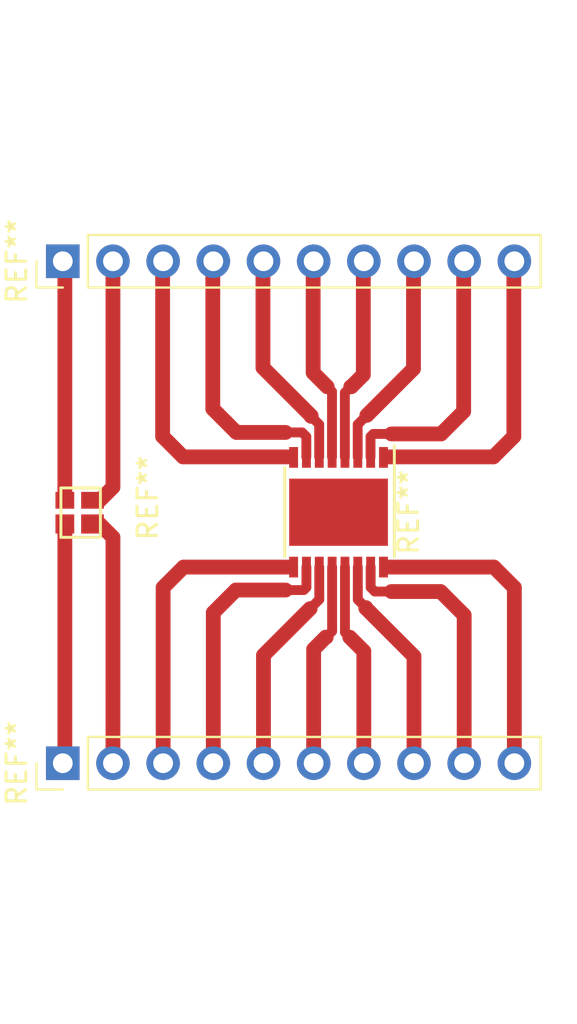
<source format=kicad_pcb>
(kicad_pcb (version 20221018) (generator pcbnew)
  (layers (0 "F.Cu" signal) (31 "B.Cu" signal) (34 "B.Paste" user) (35 "F.Paste" user) (36 "B.SilkS" user "B.Silkscreen") (37 "F.SilkS" user "F.Silkscreen") (38 "B.Mask" user) (39 "F.Mask" user) (44 "Edge.Cuts" user))
  (net 0 "")
  (footprint "stephen:VCNT2020" (layer "F.Cu") (at 148.59 64.77 90)
    (fp_text reference "REF**" (at 2 2.4 90) (layer "F.SilkS"))
    (fp_text value "VCNT2020")
    (fp_line (start 0 -2) (end 0 0) (stroke (width 0.15)) (layer "F.SilkS"))
    (fp_line (start 0 0) (end 2.5 0) (stroke (width 0.15)) (layer "F.SilkS"))
    (fp_line (start 2.5 -2) (end 0 -2) (stroke (width 0.15)) (layer "F.SilkS"))
    (fp_line (start 2.5 0) (end 2.5 -2) (stroke (width 0.15)) (layer "F.SilkS"))
    (pad "1" smd rect (at 0.675 -1.8 90) (size 0.97 0.95) (layers "F.Cu" "F.Paste" "F.Mask"))
    (pad "2" smd rect (at 0.675 -0.4 90) (size 0.97 1.15) (layers "F.Cu" "F.Paste" "F.Mask"))
    (pad "3" smd rect (at 1.875 -1.8 270) (size 0.85 0.95) (layers "F.Cu" "F.Paste" "F.Mask"))
    (pad "4" smd rect (at 1.875 -0.4 90) (size 0.85 1.15) (layers "F.Cu" "F.Paste" "F.Mask"))
  )
  (footprint "Package_SO:HTSSOP-16-1EP_4.4x5mm_P0.65mm_EP3.4x5mm" (layer "F.Cu") (at 160.645 63.5 -90)
    (fp_text reference "REF**" (at 0 -3.55 90) (layer "F.SilkS"))
    (fp_text value "HTSSOP-16-1EP_4.4x5mm_P0.65mm_EP3.4x5mm")
    (fp_line (start -3.375 -2.825) (end 2.25 -2.825) (stroke (width 0.15)) (layer "F.SilkS"))
    (fp_line (start -2.25 2.725) (end 2.25 2.725) (stroke (width 0.15)) (layer "F.SilkS"))
    (pad "1" smd rect (at -2.775 -2.275 270) (size 1.05 0.45) (layers "F.Cu" "F.Paste" "F.Mask"))
    (pad "2" smd rect (at -2.775 -1.625 270) (size 1.05 0.45) (layers "F.Cu" "F.Paste" "F.Mask"))
    (pad "3" smd rect (at -2.775 -0.975 270) (size 1.05 0.45) (layers "F.Cu" "F.Paste" "F.Mask"))
    (pad "4" smd rect (at -2.775 -0.325 270) (size 1.05 0.45) (layers "F.Cu" "F.Paste" "F.Mask"))
    (pad "5" smd rect (at -2.775 0.325 270) (size 1.05 0.45) (layers "F.Cu" "F.Paste" "F.Mask"))
    (pad "6" smd rect (at -2.775 0.975 270) (size 1.05 0.45) (layers "F.Cu" "F.Paste" "F.Mask"))
    (pad "7" smd rect (at -2.775 1.625 270) (size 1.05 0.45) (layers "F.Cu" "F.Paste" "F.Mask"))
    (pad "8" smd rect (at -2.775 2.275 270) (size 1.05 0.45) (layers "F.Cu" "F.Paste" "F.Mask"))
    (pad "9" smd rect (at 2.775 2.275 270) (size 1.05 0.45) (layers "F.Cu" "F.Paste" "F.Mask"))
    (pad "10" smd rect (at 2.775 1.625 270) (size 1.05 0.45) (layers "F.Cu" "F.Paste" "F.Mask"))
    (pad "11" smd rect (at 2.775 0.975 270) (size 1.05 0.45) (layers "F.Cu" "F.Paste" "F.Mask"))
    (pad "12" smd rect (at 2.775 0.325 270) (size 1.05 0.45) (layers "F.Cu" "F.Paste" "F.Mask"))
    (pad "13" smd rect (at 2.775 -0.325 270) (size 1.05 0.45) (layers "F.Cu" "F.Paste" "F.Mask"))
    (pad "14" smd rect (at 2.775 -0.975 270) (size 1.05 0.45) (layers "F.Cu" "F.Paste" "F.Mask"))
    (pad "15" smd rect (at 2.775 -1.625 270) (size 1.05 0.45) (layers "F.Cu" "F.Paste" "F.Mask"))
    (pad "16" smd rect (at 2.775 -2.275 270) (size 1.05 0.45) (layers "F.Cu" "F.Paste" "F.Mask"))
    (pad "17" smd rect (at 0 0 270) (size 3.4 5) (layers "F.Cu" "F.Mask"))
  )
  (footprint "Connector_PinHeader_2.54mm:PinHeader_1x10_P2.54mm_Vertical" (layer "F.Cu") (at 146.685 50.8 90)
    (fp_text reference "REF**" (at 0 -2.33 90) (layer "F.SilkS"))
    (fp_text value "PinHeader_1x10_P2.54mm_Vertical")
    (fp_line (start -1.33 -1.33) (end 0 -1.33) (stroke (width 0.12)) (layer "F.SilkS"))
    (fp_line (start -1.33 0) (end -1.33 -1.33) (stroke (width 0.12)) (layer "F.SilkS"))
    (fp_line (start -1.33 1.27) (end -1.33 24.19) (stroke (width 0.12)) (layer "F.SilkS"))
    (fp_line (start -1.33 1.27) (end 1.33 1.27) (stroke (width 0.12)) (layer "F.SilkS"))
    (fp_line (start -1.33 24.19) (end 1.33 24.19) (stroke (width 0.12)) (layer "F.SilkS"))
    (fp_line (start 1.33 1.27) (end 1.33 24.19) (stroke (width 0.12)) (layer "F.SilkS"))
    (pad "1" thru_hole rect (at 0 0 90) (size 1.7 1.7) (drill 1) (layers "*.Cu" "*.Mask"))
    (pad "2" thru_hole oval (at 0 2.54 90) (size 1.7 1.7) (drill 1) (layers "*.Cu" "*.Mask"))
    (pad "3" thru_hole oval (at 0 5.08 90) (size 1.7 1.7) (drill 1) (layers "*.Cu" "*.Mask"))
    (pad "4" thru_hole oval (at 0 7.62 90) (size 1.7 1.7) (drill 1) (layers "*.Cu" "*.Mask"))
    (pad "5" thru_hole oval (at 0 10.16 90) (size 1.7 1.7) (drill 1) (layers "*.Cu" "*.Mask"))
    (pad "6" thru_hole oval (at 0 12.7 90) (size 1.7 1.7) (drill 1) (layers "*.Cu" "*.Mask"))
    (pad "7" thru_hole oval (at 0 15.24 90) (size 1.7 1.7) (drill 1) (layers "*.Cu" "*.Mask"))
    (pad "8" thru_hole oval (at 0 17.78 90) (size 1.7 1.7) (drill 1) (layers "*.Cu" "*.Mask"))
    (pad "9" thru_hole oval (at 0 20.32 90) (size 1.7 1.7) (drill 1) (layers "*.Cu" "*.Mask"))
    (pad "10" thru_hole oval (at 0 22.86 90) (size 1.7 1.7) (drill 1) (layers "*.Cu" "*.Mask"))
  )
  (footprint "Connector_PinHeader_2.54mm:PinHeader_1x10_P2.54mm_Vertical" (layer "F.Cu") (at 146.685 76.2 90)
    (fp_text reference "REF**" (at 0 -2.33 90) (layer "F.SilkS"))
    (fp_text value "PinHeader_1x10_P2.54mm_Vertical")
    (fp_line (start -1.33 -1.33) (end 0 -1.33) (stroke (width 0.12)) (layer "F.SilkS"))
    (fp_line (start -1.33 0) (end -1.33 -1.33) (stroke (width 0.12)) (layer "F.SilkS"))
    (fp_line (start -1.33 1.27) (end -1.33 24.19) (stroke (width 0.12)) (layer "F.SilkS"))
    (fp_line (start -1.33 1.27) (end 1.33 1.27) (stroke (width 0.12)) (layer "F.SilkS"))
    (fp_line (start -1.33 24.19) (end 1.33 24.19) (stroke (width 0.12)) (layer "F.SilkS"))
    (fp_line (start 1.33 1.27) (end 1.33 24.19) (stroke (width 0.12)) (layer "F.SilkS"))
    (pad "1" thru_hole rect (at 0 0 90) (size 1.7 1.7) (drill 1) (layers "*.Cu" "*.Mask"))
    (pad "2" thru_hole oval (at 0 2.54 90) (size 1.7 1.7) (drill 1) (layers "*.Cu" "*.Mask"))
    (pad "3" thru_hole oval (at 0 5.08 90) (size 1.7 1.7) (drill 1) (layers "*.Cu" "*.Mask"))
    (pad "4" thru_hole oval (at 0 7.62 90) (size 1.7 1.7) (drill 1) (layers "*.Cu" "*.Mask"))
    (pad "5" thru_hole oval (at 0 10.16 90) (size 1.7 1.7) (drill 1) (layers "*.Cu" "*.Mask"))
    (pad "6" thru_hole oval (at 0 12.7 90) (size 1.7 1.7) (drill 1) (layers "*.Cu" "*.Mask"))
    (pad "7" thru_hole oval (at 0 15.24 90) (size 1.7 1.7) (drill 1) (layers "*.Cu" "*.Mask"))
    (pad "8" thru_hole oval (at 0 17.78 90) (size 1.7 1.7) (drill 1) (layers "*.Cu" "*.Mask"))
    (pad "9" thru_hole oval (at 0 20.32 90) (size 1.7 1.7) (drill 1) (layers "*.Cu" "*.Mask"))
    (pad "10" thru_hole oval (at 0 22.86 90) (size 1.7 1.7) (drill 1) (layers "*.Cu" "*.Mask"))
  )
  (segment (start 164.4396 56.2356) (end 164.4396 50.7746) (width 0.75) (layer "F.Cu") (net 0))
  (segment (start 162.0774 58.5978) (end 164.4396 56.2356) (width 0.75) (layer "F.Cu") (net 0))
  (segment (start 159.6644 59.055) (end 159.258 58.6486) (width 0.5) (layer "F.Cu") (net 0))
  (segment (start 160.9646 57.45) (end 161.2646 57.15) (width 0.5) (layer "F.Cu") (net 0))
  (segment (start 161.6146 59.0606) (end 162.0774 58.5978) (width 0.5) (layer "F.Cu") (net 0))
  (segment (start 159.6644 59.6744) (end 159.6644 59.055) (width 0.5) (layer "F.Cu") (net 0))
  (segment (start 162.2646 59.6746) (end 162.4016 59.5376) (width 0.5) (layer "F.Cu") (net 0))
  (segment (start 162.2646 60.6996) (end 162.2646 59.6746) (width 0.5) (layer "F.Cu") (net 0))
  (segment (start 160.9646 60.6996) (end 160.9646 57.45) (width 0.5) (layer "F.Cu") (net 0))
  (segment (start 168.4846 60.6996) (end 169.5196 59.6646) (width 0.75) (layer "F.Cu") (net 0))
  (segment (start 156.8196 56.1848) (end 156.8196 50.7746) (width 0.75) (layer "F.Cu") (net 0))
  (segment (start 169.5196 59.6646) (end 169.5196 50.7746) (width 0.75) (layer "F.Cu") (net 0))
  (segment (start 168.4846 60.6996) (end 163.1886 60.6996) (width 0.75) (layer "F.Cu") (net 0))
  (segment (start 154.2796 58.1406) (end 154.2796 50.7746) (width 0.75) (layer "F.Cu") (net 0))
  (segment (start 155.4734 59.4614) (end 154.2796 58.2676) (width 0.75) (layer "F.Cu") (net 0))
  (segment (start 159.0146 60.6996) (end 159.0146 59.6746) (width 0.5) (layer "F.Cu") (net 0))
  (segment (start 163.322 59.5376) (end 165.8366 59.5376) (width 0.75) (layer "F.Cu") (net 0))
  (segment (start 166.9796 58.1406) (end 166.9796 50.7746) (width 0.75) (layer "F.Cu") (net 0))
  (segment (start 165.8366 59.5376) (end 166.9796 58.3946) (width 0.75) (layer "F.Cu") (net 0))
  (segment (start 159.258 58.6232) (end 156.8196 56.1848) (width 0.75) (layer "F.Cu") (net 0))
  (segment (start 154.2796 58.2676) (end 154.2796 58.1406) (width 0.75) (layer "F.Cu") (net 0))
  (segment (start 166.9796 58.3946) (end 166.9796 58.1406) (width 0.75) (layer "F.Cu") (net 0))
  (segment (start 157.9626 59.4614) (end 155.4734 59.4614) (width 0.75) (layer "F.Cu") (net 0))
  (segment (start 159.0146 59.6746) (end 158.8014 59.4614) (width 0.5) (layer "F.Cu") (net 0))
  (segment (start 161.6146 60.6996) (end 161.6146 59.0606) (width 0.5) (layer "F.Cu") (net 0))
  (segment (start 160.3146 57.3938) (end 160.0708 57.15) (width 0.5) (layer "F.Cu") (net 0))
  (segment (start 160.3146 60.6996) (end 160.3146 57.3938) (width 0.5) (layer "F.Cu") (net 0))
  (segment (start 159.3596 50.7746) (end 159.3596 56.4388) (width 0.75) (layer "F.Cu") (net 0))
  (segment (start 161.8996 56.5404) (end 161.8996 50.7746) (width 0.75) (layer "F.Cu") (net 0))
  (segment (start 159.3596 56.4388) (end 160.0708 57.15) (width 0.75) (layer "F.Cu") (net 0))
  (segment (start 161.29 57.15) (end 161.8996 56.5404) (width 0.75) (layer "F.Cu") (net 0))
  (segment (start 151.7396 59.6646) (end 152.7556 60.6806) (width 0.75) (layer "F.Cu") (net 0))
  (segment (start 151.7396 50.7746) (end 151.7396 59.6646) (width 0.75) (layer "F.Cu") (net 0))
  (segment (start 159.258 58.6486) (end 159.258 58.6232) (width 0.75) (layer "F.Cu") (net 0))
  (segment (start 162.4016 59.5376) (end 163.322 59.5376) (width 0.5) (layer "F.Cu") (net 0))
  (segment (start 158.8014 59.4614) (end 157.9626 59.4614) (width 0.5) (layer "F.Cu") (net 0))
  (segment (start 159.6646 60.6996) (end 159.6646 59.6746) (width 0.5) (layer "F.Cu") (net 0))
  (segment (start 159.6646 59.6746) (end 159.6644 59.6744) (width 0.5) (layer "F.Cu") (net 0))
  (segment (start 152.7556 60.6806) (end 152.7746 60.6996) (width 0.75) (layer "F.Cu") (net 0))
  (segment (start 152.7746 60.6996) (end 158.0706 60.6996) (width 0.75) (layer "F.Cu") (net 0))
  (segment (start 161.2646 57.15) (end 161.29 57.15) (width 0.75) (layer "F.Cu") (net 0))
  (segment (start 160.97 66.275) (end 160.97 69.5808) (width 0.5) (layer "F.Cu") (net 0))
  (segment (start 152.8 66.275) (end 158.096 66.275) (width 0.75) (layer "F.Cu") (net 0))
  (segment (start 161.6202 67.3002) (end 161.6202 67.9196) (width 0.5) (layer "F.Cu") (net 0))
  (segment (start 160.97 69.5808) (end 161.2138 69.8246) (width 0.5) (layer "F.Cu") (net 0))
  (segment (start 151.765 67.31) (end 151.765 76.2) (width 0.75) (layer "F.Cu") (net 0))
  (segment (start 148.19 64.095) (end 148.55 64.095) (width 0.5) (layer "F.Cu") (net 0))
  (segment (start 169.545 76.2) (end 169.545 67.31) (width 0.75) (layer "F.Cu") (net 0))
  (segment (start 158.883 67.437) (end 157.9626 67.437) (width 0.5) (layer "F.Cu") (net 0))
  (segment (start 155.448 67.437) (end 154.305 68.58) (width 0.75) (layer "F.Cu") (net 0))
  (segment (start 154.305 68.58) (end 154.305 68.834) (width 0.75) (layer "F.Cu") (net 0))
  (segment (start 167.005 68.707) (end 167.005 68.834) (width 0.75) (layer "F.Cu") (net 0))
  (segment (start 168.529 66.294) (end 168.51 66.275) (width 0.75) (layer "F.Cu") (net 0))
  (segment (start 160.02 69.8246) (end 159.9946 69.8246) (width 0.75) (layer "F.Cu") (net 0))
  (segment (start 161.6202 67.9196) (end 162.0266 68.326) (width 0.5) (layer "F.Cu") (net 0))
  (segment (start 146.79 50.905) (end 146.685 50.8) (width 0.75) (layer "F.Cu") (net 0))
  (segment (start 163.322 67.5132) (end 165.8112 67.5132) (width 0.75) (layer "F.Cu") (net 0))
  (segment (start 159.67 67.914) (end 159.2072 68.3768) (width 0.5) (layer "F.Cu") (net 0))
  (segment (start 160.32 66.275) (end 160.32 69.5246) (width 0.5) (layer "F.Cu") (net 0))
  (segment (start 149.225 72.39) (end 149.225 76.2) (width 0.75) (layer "F.Cu") (net 0))
  (segment (start 148.19 62.895) (end 148.56 62.895) (width 0.5) (layer "F.Cu") (net 0))
  (segment (start 159.2072 68.3768) (end 156.845 70.739) (width 0.75) (layer "F.Cu") (net 0))
  (segment (start 162.27 66.275) (end 162.27 67.3) (width 0.5) (layer "F.Cu") (net 0))
  (segment (start 161.925 76.2) (end 161.925 70.5358) (width 0.75) (layer "F.Cu") (net 0))
  (segment (start 162.0266 68.326) (end 162.0266 68.3514) (width 0.75) (layer "F.Cu") (net 0))
  (segment (start 161.925 70.5358) (end 161.2138 69.8246) (width 0.75) (layer "F.Cu") (net 0))
  (segment (start 159.02 67.3) (end 158.883 67.437) (width 0.5) (layer "F.Cu") (net 0))
  (segment (start 164.465 70.7898) (end 164.465 76.2) (width 0.75) (layer "F.Cu") (net 0))
  (segment (start 157.9626 67.437) (end 155.448 67.437) (width 0.75) (layer "F.Cu") (net 0))
  (segment (start 149.225 62.23) (end 149.225 54.61) (width 0.75) (layer "F.Cu") (net 0))
  (segment (start 162.4832 67.5132) (end 163.322 67.5132) (width 0.5) (layer "F.Cu") (net 0))
  (segment (start 148.56 62.895) (end 149.225 62.23) (width 0.75) (layer "F.Cu") (net 0))
  (segment (start 159.02 66.275) (end 159.02 67.3) (width 0.5) (layer "F.Cu") (net 0))
  (segment (start 159.385 70.4342) (end 159.385 76.2) (width 0.75) (layer "F.Cu") (net 0))
  (segment (start 149.225 64.77) (end 149.225 72.39) (width 0.75) (layer "F.Cu") (net 0))
  (segment (start 146.79 76.095) (end 146.685 76.2) (width 0.75) (layer "F.Cu") (net 0))
  (segment (start 160.32 69.5246) (end 160.02 69.8246) (width 0.5) (layer "F.Cu") (net 0))
  (segment (start 159.67 66.275) (end 159.67 67.914) (width 0.5) (layer "F.Cu") (net 0))
  (segment (start 156.845 70.739) (end 156.845 76.2) (width 0.75) (layer "F.Cu") (net 0))
  (segment (start 162.27 67.3) (end 162.4832 67.5132) (width 0.5) (layer "F.Cu") (net 0))
  (segment (start 146.79 64.095) (end 146.79 76.095) (width 0.75) (layer "F.Cu") (net 0))
  (segment (start 161.62 66.275) (end 161.62 67.3) (width 0.5) (layer "F.Cu") (net 0))
  (segment (start 152.8 66.275) (end 151.765 67.31) (width 0.75) (layer "F.Cu") (net 0))
  (segment (start 165.8112 67.5132) (end 167.005 68.707) (width 0.75) (layer "F.Cu") (net 0))
  (segment (start 149.225 54.61) (end 149.225 50.8) (width 0.75) (layer "F.Cu") (net 0))
  (segment (start 167.005 68.834) (end 167.005 76.2) (width 0.75) (layer "F.Cu") (net 0))
  (segment (start 159.9946 69.8246) (end 159.385 70.4342) (width 0.75) (layer "F.Cu") (net 0))
  (segment (start 169.545 67.31) (end 168.529 66.294) (width 0.75) (layer "F.Cu") (net 0))
  (segment (start 162.0266 68.3514) (end 164.465 70.7898) (width 0.75) (layer "F.Cu") (net 0))
  (segment (start 168.51 66.275) (end 163.214 66.275) (width 0.75) (layer "F.Cu") (net 0))
  (segment (start 146.79 62.895) (end 146.79 50.905) (width 0.75) (layer "F.Cu") (net 0))
  (segment (start 148.55 64.095) (end 149.225 64.77) (width 0.75) (layer "F.Cu") (net 0))
  (segment (start 161.62 67.3) (end 161.6202 67.3002) (width 0.5) (layer "F.Cu") (net 0))
  (segment (start 154.305 68.834) (end 154.305 76.2) (width 0.75) (layer "F.Cu") (net 0))
)
</source>
